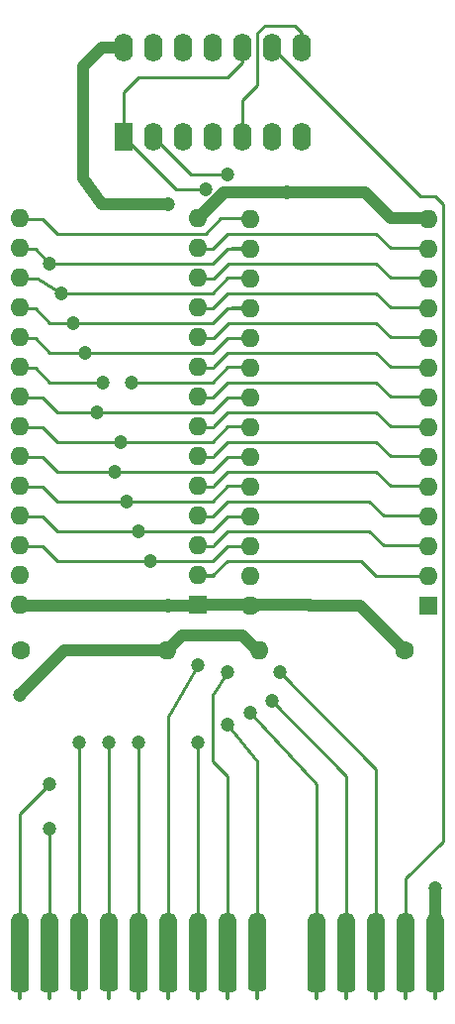
<source format=gtl>
%TF.GenerationSoftware,KiCad,Pcbnew,8.0.6+1*%
%TF.CreationDate,2024-12-27T19:01:20+01:00*%
%TF.ProjectId,QL_ROM_Cartridge_original,514c5f52-4f4d-45f4-9361-727472696467,0*%
%TF.SameCoordinates,Original*%
%TF.FileFunction,Copper,L1,Top*%
%TF.FilePolarity,Positive*%
%FSLAX46Y46*%
G04 Gerber Fmt 4.6, Leading zero omitted, Abs format (unit mm)*
G04 Created by KiCad (PCBNEW 8.0.6+1) date 2024-12-27 19:01:20*
%MOMM*%
%LPD*%
G01*
G04 APERTURE LIST*
G04 Aperture macros list*
%AMRoundRect*
0 Rectangle with rounded corners*
0 $1 Rounding radius*
0 $2 $3 $4 $5 $6 $7 $8 $9 X,Y pos of 4 corners*
0 Add a 4 corners polygon primitive as box body*
4,1,4,$2,$3,$4,$5,$6,$7,$8,$9,$2,$3,0*
0 Add four circle primitives for the rounded corners*
1,1,$1+$1,$2,$3*
1,1,$1+$1,$4,$5*
1,1,$1+$1,$6,$7*
1,1,$1+$1,$8,$9*
0 Add four rect primitives between the rounded corners*
20,1,$1+$1,$2,$3,$4,$5,0*
20,1,$1+$1,$4,$5,$6,$7,0*
20,1,$1+$1,$6,$7,$8,$9,0*
20,1,$1+$1,$8,$9,$2,$3,0*%
G04 Aperture macros list end*
%TA.AperFunction,EtchedComponent*%
%ADD10C,0.300000*%
%TD*%
%TA.AperFunction,ComponentPad*%
%ADD11R,1.600000X1.600000*%
%TD*%
%TA.AperFunction,ComponentPad*%
%ADD12O,1.600000X1.600000*%
%TD*%
%TA.AperFunction,ConnectorPad*%
%ADD13RoundRect,0.762000X-0.000010X-1.738000X0.000010X-1.738000X0.000010X1.738000X-0.000010X1.738000X0*%
%TD*%
%TA.AperFunction,ConnectorPad*%
%ADD14RoundRect,0.228600X-0.533400X-2.271400X0.533400X-2.271400X0.533400X2.271400X-0.533400X2.271400X0*%
%TD*%
%TA.AperFunction,ComponentPad*%
%ADD15C,1.600000*%
%TD*%
%TA.AperFunction,ComponentPad*%
%ADD16R,1.600000X2.400000*%
%TD*%
%TA.AperFunction,ComponentPad*%
%ADD17O,1.600000X2.400000*%
%TD*%
%TA.AperFunction,ViaPad*%
%ADD18C,1.200000*%
%TD*%
%TA.AperFunction,Conductor*%
%ADD19C,1.000000*%
%TD*%
%TA.AperFunction,Conductor*%
%ADD20C,0.250000*%
%TD*%
%ADD21C,0.350000*%
G04 APERTURE END LIST*
D10*
%TO.C,J1*%
X63500000Y-144018000D02*
X63500000Y-143510000D01*
X66040000Y-144018000D02*
X66040000Y-143510000D01*
X68580000Y-144018000D02*
X68580000Y-143510000D01*
X71120000Y-144018000D02*
X71120000Y-143510000D01*
X73660000Y-144018000D02*
X73660000Y-143510000D01*
X76200000Y-144018000D02*
X76200000Y-143510000D01*
X78740000Y-144018000D02*
X78740000Y-143510000D01*
X81280000Y-144018000D02*
X81280000Y-143510000D01*
X83820000Y-144018000D02*
X83820000Y-143510000D01*
X88900000Y-144018000D02*
X88900000Y-143510000D01*
X91440000Y-144018000D02*
X91440000Y-143510000D01*
X93980000Y-144018000D02*
X93980000Y-143510000D01*
X96520000Y-144018000D02*
X96520000Y-143510000D01*
X99060000Y-144018000D02*
X99060000Y-143510000D01*
%TD*%
D11*
%TO.P,IC2,1,VPP*%
%TO.N,VCC*%
X98425000Y-110490000D03*
D12*
%TO.P,IC2,2,A12*%
%TO.N,/A12*%
X98425000Y-107950000D03*
%TO.P,IC2,3,A7*%
%TO.N,/A7*%
X98425000Y-105410000D03*
%TO.P,IC2,4,A6*%
%TO.N,/A6*%
X98425000Y-102870000D03*
%TO.P,IC2,5,A5*%
%TO.N,/A5*%
X98425000Y-100330000D03*
%TO.P,IC2,6,A4*%
%TO.N,/A4*%
X98425000Y-97790000D03*
%TO.P,IC2,7,A3*%
%TO.N,/A3*%
X98425000Y-95250000D03*
%TO.P,IC2,8,A2*%
%TO.N,/A2*%
X98425000Y-92710000D03*
%TO.P,IC2,9,A1*%
%TO.N,/A1*%
X98425000Y-90170000D03*
%TO.P,IC2,10,A0*%
%TO.N,/A0*%
X98425000Y-87630000D03*
%TO.P,IC2,11,D0*%
%TO.N,/D0*%
X98425000Y-85090000D03*
%TO.P,IC2,12,D1*%
%TO.N,/D1*%
X98425000Y-82550000D03*
%TO.P,IC2,13,D2*%
%TO.N,/D2*%
X98425000Y-80010000D03*
%TO.P,IC2,14,GND*%
%TO.N,GND*%
X98425000Y-77470000D03*
%TO.P,IC2,15,D3*%
%TO.N,/D3*%
X83185000Y-77470000D03*
%TO.P,IC2,16,D4*%
%TO.N,/D4*%
X83185000Y-80010000D03*
%TO.P,IC2,17,D5*%
%TO.N,/D5*%
X83185000Y-82550000D03*
%TO.P,IC2,18,D6*%
%TO.N,/D6*%
X83185000Y-85090000D03*
%TO.P,IC2,19,D7*%
%TO.N,/D7*%
X83185000Y-87630000D03*
%TO.P,IC2,20,~{CE}*%
%TO.N,/U2_CE*%
X83185000Y-90170000D03*
%TO.P,IC2,21,A10*%
%TO.N,/A10*%
X83185000Y-92710000D03*
%TO.P,IC2,22,~{OE}*%
%TO.N,/U_ROMOE*%
X83185000Y-95250000D03*
%TO.P,IC2,23,A11*%
%TO.N,/A11*%
X83185000Y-97790000D03*
%TO.P,IC2,24,A9*%
%TO.N,/A9*%
X83185000Y-100330000D03*
%TO.P,IC2,25,A8*%
%TO.N,/A8*%
X83185000Y-102870000D03*
%TO.P,IC2,26,A13*%
%TO.N,/A13*%
X83185000Y-105410000D03*
%TO.P,IC2,27,~{PGM}*%
%TO.N,VCC*%
X83185000Y-107950000D03*
%TO.P,IC2,28,VCC*%
X83185000Y-110490000D03*
%TD*%
D13*
%TO.P,J1,1,Vcc*%
%TO.N,VCC*%
X99060000Y-139232000D03*
D14*
X99060000Y-140970000D03*
D13*
%TO.P,J1,3,A14*%
%TO.N,/A14*%
X96520000Y-139232000D03*
D14*
X96520000Y-141010000D03*
D13*
%TO.P,J1,5,A13*%
%TO.N,/A13*%
X93980000Y-139232000D03*
D14*
X93980000Y-141010000D03*
D13*
%TO.P,J1,7,A8*%
%TO.N,/A8*%
X91440000Y-139232000D03*
D14*
X91440000Y-141010000D03*
D13*
%TO.P,J1,9,A9*%
%TO.N,/A9*%
X88900000Y-139192000D03*
D14*
X88900000Y-140970000D03*
D13*
%TO.P,J1,11,A11*%
%TO.N,/A11*%
X83820000Y-139192000D03*
D14*
X83820000Y-140930000D03*
D13*
%TO.P,J1,13,~{ROMOE}*%
%TO.N,/ROMOE*%
X81280000Y-139232000D03*
D14*
X81280000Y-140970000D03*
D13*
%TO.P,J1,15,A10*%
%TO.N,/A10*%
X78740000Y-139232000D03*
D14*
X78740000Y-140970000D03*
D13*
%TO.P,J1,17,A15*%
%TO.N,/A15*%
X76200000Y-139232000D03*
D14*
X76200000Y-140970000D03*
D13*
%TO.P,J1,19,D7*%
%TO.N,/D7*%
X73660000Y-139232000D03*
D14*
X73660000Y-140970000D03*
D13*
%TO.P,J1,21,D6*%
%TO.N,/D6*%
X71120000Y-139232000D03*
D14*
X71120000Y-140959200D03*
%TO.P,J1,23,D5*%
%TO.N,/D5*%
X68554600Y-140959200D03*
D13*
X68580000Y-139192000D03*
%TO.P,J1,25,D4*%
%TO.N,/D4*%
X66040000Y-139232000D03*
D14*
X66040000Y-140970000D03*
D13*
%TO.P,J1,27,D3*%
%TO.N,/D3*%
X63500000Y-139232000D03*
D14*
X63500000Y-140970000D03*
%TD*%
D11*
%TO.P,IC1,1,VPP*%
%TO.N,VCC*%
X78745000Y-110480000D03*
D12*
%TO.P,IC1,2,A12*%
%TO.N,/A12*%
X78745000Y-107940000D03*
%TO.P,IC1,3,A7*%
%TO.N,/A7*%
X78745000Y-105400000D03*
%TO.P,IC1,4,A6*%
%TO.N,/A6*%
X78745000Y-102860000D03*
%TO.P,IC1,5,A5*%
%TO.N,/A5*%
X78745000Y-100320000D03*
%TO.P,IC1,6,A4*%
%TO.N,/A4*%
X78745000Y-97780000D03*
%TO.P,IC1,7,A3*%
%TO.N,/A3*%
X78745000Y-95240000D03*
%TO.P,IC1,8,A2*%
%TO.N,/A2*%
X78745000Y-92700000D03*
%TO.P,IC1,9,A1*%
%TO.N,/A1*%
X78745000Y-90160000D03*
%TO.P,IC1,10,A0*%
%TO.N,/A0*%
X78745000Y-87620000D03*
%TO.P,IC1,11,D0*%
%TO.N,/D0*%
X78745000Y-85080000D03*
%TO.P,IC1,12,D1*%
%TO.N,/D1*%
X78745000Y-82540000D03*
%TO.P,IC1,13,D2*%
%TO.N,/D2*%
X78745000Y-80000000D03*
%TO.P,IC1,14,GND*%
%TO.N,GND*%
X78745000Y-77460000D03*
%TO.P,IC1,15,D3*%
%TO.N,/D3*%
X63505000Y-77460000D03*
%TO.P,IC1,16,D4*%
%TO.N,/D4*%
X63505000Y-80000000D03*
%TO.P,IC1,17,D5*%
%TO.N,/D5*%
X63505000Y-82540000D03*
%TO.P,IC1,18,D6*%
%TO.N,/D6*%
X63505000Y-85080000D03*
%TO.P,IC1,19,D7*%
%TO.N,/D7*%
X63505000Y-87620000D03*
%TO.P,IC1,20,~{CE}*%
%TO.N,/U1_CE*%
X63505000Y-90160000D03*
%TO.P,IC1,21,A10*%
%TO.N,/A10*%
X63505000Y-92700000D03*
%TO.P,IC1,22,~{OE}*%
%TO.N,/U_ROMOE*%
X63505000Y-95240000D03*
%TO.P,IC1,23,A11*%
%TO.N,/A11*%
X63505000Y-97780000D03*
%TO.P,IC1,24,A9*%
%TO.N,/A9*%
X63505000Y-100320000D03*
%TO.P,IC1,25,A8*%
%TO.N,/A8*%
X63505000Y-102860000D03*
%TO.P,IC1,26,A13*%
%TO.N,/A13*%
X63505000Y-105400000D03*
%TO.P,IC1,27,~{PGM}*%
%TO.N,VCC*%
X63505000Y-107940000D03*
%TO.P,IC1,28,VCC*%
X63505000Y-110480000D03*
%TD*%
D15*
%TO.P,C1,1*%
%TO.N,VCC*%
X63580000Y-114300000D03*
D12*
%TO.P,C1,2*%
%TO.N,GND*%
X76080000Y-114300000D03*
%TD*%
D15*
%TO.P,C2,1*%
%TO.N,VCC*%
X96420000Y-114300000D03*
D12*
%TO.P,C2,2*%
%TO.N,GND*%
X83920000Y-114300000D03*
%TD*%
D16*
%TO.P,IC3,1*%
%TO.N,/A15*%
X72390000Y-70485000D03*
D17*
%TO.P,IC3,2*%
%TO.N,/ROMOE*%
X74930000Y-70485000D03*
%TO.P,IC3,3*%
%TO.N,/U_ROMOE*%
X77470000Y-70485000D03*
%TO.P,IC3,4*%
%TO.N,/U2_CE*%
X80010000Y-70485000D03*
%TO.P,IC3,5*%
X82550000Y-70485000D03*
%TO.P,IC3,6*%
%TO.N,/U1_CE*%
X85090000Y-70485000D03*
%TO.P,IC3,7,GND*%
%TO.N,GND*%
X87630000Y-70485000D03*
%TO.P,IC3,8*%
%TO.N,/U2_CE*%
X87630000Y-62865000D03*
%TO.P,IC3,9*%
%TO.N,/A14*%
X85090000Y-62865000D03*
%TO.P,IC3,10*%
%TO.N,/A15*%
X82550000Y-62865000D03*
%TO.P,IC3,11*%
%TO.N,unconnected-(IC3-Pad11)*%
X80010000Y-62865000D03*
%TO.P,IC3,12*%
%TO.N,unconnected-(IC3-Pad12)*%
X77470000Y-62865000D03*
%TO.P,IC3,13*%
%TO.N,unconnected-(IC3-Pad13)*%
X74930000Y-62865000D03*
%TO.P,IC3,14,VCC*%
%TO.N,VCC*%
X72390000Y-62865000D03*
%TD*%
D18*
%TO.N,VCC*%
X99060000Y-134620000D03*
X76200000Y-110505000D03*
X76200000Y-76200000D03*
%TO.N,GND*%
X86360000Y-75184000D03*
X63500000Y-118110000D03*
%TO.N,/D3*%
X66040000Y-125730000D03*
%TO.N,/D4*%
X66040000Y-81280000D03*
X66040000Y-129540000D03*
%TO.N,/D5*%
X68580000Y-122174000D03*
X67056000Y-83820000D03*
%TO.N,/D6*%
X68072000Y-86360000D03*
X71120000Y-122174000D03*
%TO.N,/D7*%
X69088000Y-88900000D03*
X73660000Y-122174000D03*
%TO.N,/A15*%
X79375000Y-74930000D03*
X78740000Y-115570000D03*
%TO.N,/A10*%
X78740000Y-122174000D03*
X70104000Y-93980000D03*
%TO.N,/ROMOE*%
X81280000Y-116205000D03*
X81280000Y-73660000D03*
%TO.N,/A11*%
X81280000Y-120650000D03*
X71628000Y-99060000D03*
%TO.N,/A9*%
X72644000Y-101600000D03*
X83185000Y-119634000D03*
%TO.N,/A8*%
X73660000Y-104140000D03*
X85090000Y-118618000D03*
%TO.N,/A13*%
X85725000Y-116205000D03*
X74676000Y-106680000D03*
%TO.N,/U1_CE*%
X70612000Y-91440000D03*
%TO.N,/U2_CE*%
X73025000Y-91440000D03*
%TO.N,/U_ROMOE*%
X72136000Y-96520000D03*
%TD*%
D19*
%TO.N,VCC*%
X88285000Y-110490000D02*
X92610000Y-110490000D01*
X70485000Y-76200000D02*
X68852143Y-74022857D01*
X99060000Y-134620000D02*
X99060000Y-137033000D01*
X76200000Y-110505000D02*
X63505000Y-110505000D01*
X70470000Y-62880000D02*
X68852143Y-64497857D01*
X78745000Y-110480000D02*
X83175000Y-110480000D01*
X92610000Y-110490000D02*
X96420000Y-114300000D01*
X76200000Y-76200000D02*
X70485000Y-76200000D01*
X68852143Y-74022857D02*
X68852143Y-64497857D01*
X72390000Y-62865000D02*
X70520944Y-62865000D01*
X78720000Y-110505000D02*
X78745000Y-110480000D01*
X70500000Y-62880000D02*
X70470000Y-62880000D01*
X63505000Y-110505000D02*
X63580000Y-110580000D01*
X83800000Y-110505000D02*
X83825000Y-110480000D01*
X76200000Y-110505000D02*
X78720000Y-110505000D01*
X83175000Y-110480000D02*
X83185000Y-110490000D01*
X70485000Y-62865000D02*
X70500000Y-62880000D01*
X70500000Y-62880000D02*
X72385000Y-62880000D01*
X83825000Y-110480000D02*
X88275000Y-110480000D01*
X88275000Y-110480000D02*
X88285000Y-110490000D01*
%TO.N,GND*%
X93017500Y-75257500D02*
X93027500Y-75247500D01*
X76080000Y-114300000D02*
X67310000Y-114300000D01*
X67310000Y-114300000D02*
X63500000Y-118110000D01*
X95240000Y-77460000D02*
X93027500Y-75247500D01*
X95240000Y-77460000D02*
X98425000Y-77460000D01*
X78745000Y-77485000D02*
X80972500Y-75257500D01*
X77350000Y-113030000D02*
X76080000Y-114300000D01*
X83920000Y-114300000D02*
X83820000Y-114300000D01*
X83820000Y-114300000D02*
X82550000Y-113030000D01*
X82550000Y-113030000D02*
X77350000Y-113030000D01*
X80947500Y-75257500D02*
X80972500Y-75257500D01*
X78745000Y-77460000D02*
X80947500Y-75257500D01*
X80972500Y-75257500D02*
X93017500Y-75257500D01*
D20*
%TO.N,/D3*%
X65420000Y-77485000D02*
X66675000Y-78740000D01*
X66675000Y-78740000D02*
X79375000Y-78740000D01*
X82550000Y-77470000D02*
X82565000Y-77485000D01*
X63505000Y-77485000D02*
X65420000Y-77485000D01*
X80655000Y-77460000D02*
X79375000Y-78740000D01*
X80655000Y-77460000D02*
X82555000Y-77460000D01*
X63500000Y-128270000D02*
X63500000Y-139232000D01*
X66040000Y-125730000D02*
X63500000Y-128270000D01*
%TO.N,/D4*%
X66040000Y-137033000D02*
X66040000Y-129540000D01*
X66040000Y-81280000D02*
X80010000Y-81280000D01*
X82550000Y-80010000D02*
X82565000Y-80025000D01*
X81280000Y-80010000D02*
X83185000Y-80010000D01*
X66040000Y-81280000D02*
X64785000Y-80025000D01*
X81610960Y-80000000D02*
X82555000Y-80000000D01*
X64785000Y-80025000D02*
X63505000Y-80025000D01*
X80010000Y-81280000D02*
X81280000Y-80010000D01*
%TO.N,/D2*%
X81280000Y-78740000D02*
X79995000Y-80025000D01*
X98425000Y-80000000D02*
X95240000Y-80000000D01*
X79995000Y-80025000D02*
X78745000Y-80025000D01*
X95240000Y-80000000D02*
X93980000Y-78740000D01*
X93980000Y-78740000D02*
X81280000Y-78740000D01*
%TO.N,/D5*%
X80010000Y-83820000D02*
X81290000Y-82540000D01*
X81290000Y-82540000D02*
X82555000Y-82540000D01*
X68554600Y-125069600D02*
X68580000Y-125095000D01*
X67056000Y-83820000D02*
X65034980Y-82565000D01*
X68580000Y-122174000D02*
X68554600Y-123850400D01*
X67056000Y-83820000D02*
X80010000Y-83820000D01*
X65034980Y-82565000D02*
X63505000Y-82565000D01*
X68554600Y-123850400D02*
X68554600Y-125069600D01*
X68554600Y-125120400D02*
X68554600Y-138760200D01*
%TO.N,/D1*%
X95240000Y-82540000D02*
X93990000Y-81290000D01*
X93990000Y-81290000D02*
X81320000Y-81290000D01*
X81320000Y-81290000D02*
X80035000Y-82575000D01*
X98425000Y-82540000D02*
X95240000Y-82540000D01*
X80035000Y-82575000D02*
X78745000Y-82575000D01*
%TO.N,/D6*%
X71120000Y-139232000D02*
X71120000Y-122174000D01*
X66040000Y-86360000D02*
X64785000Y-85105000D01*
X68072000Y-86360000D02*
X80010000Y-86360000D01*
X81280000Y-85090000D02*
X83185000Y-85090000D01*
X81610960Y-85080000D02*
X82555000Y-85080000D01*
X68072000Y-86360000D02*
X66040000Y-86360000D01*
X64785000Y-85105000D02*
X63505000Y-85105000D01*
X80010000Y-86360000D02*
X81280000Y-85090000D01*
%TO.N,/D0*%
X79985000Y-85115000D02*
X78740000Y-85115000D01*
X98425000Y-85080000D02*
X95220000Y-85080000D01*
X95220000Y-85080000D02*
X93970000Y-83830000D01*
X93970000Y-83830000D02*
X81270000Y-83830000D01*
X81270000Y-83830000D02*
X79985000Y-85115000D01*
%TO.N,/D7*%
X82520000Y-87630000D02*
X82535000Y-87645000D01*
X81280000Y-87630000D02*
X82520000Y-87630000D01*
X80010000Y-88900000D02*
X81280000Y-87630000D01*
X64785000Y-87645000D02*
X66040000Y-88900000D01*
X66040000Y-88900000D02*
X80010000Y-88900000D01*
X63505000Y-87645000D02*
X64785000Y-87645000D01*
X73660000Y-137501000D02*
X73660000Y-122174000D01*
%TO.N,/A0*%
X80035000Y-87655000D02*
X78740000Y-87655000D01*
X78745000Y-87645000D02*
X80045000Y-87645000D01*
X93990000Y-86370000D02*
X81320000Y-86370000D01*
X80035000Y-87655000D02*
X81320000Y-86370000D01*
X95240000Y-87620000D02*
X98425000Y-87620000D01*
X95240000Y-87620000D02*
X93990000Y-86370000D01*
%TO.N,/A15*%
X78740000Y-115570000D02*
X76200000Y-120015000D01*
X79375000Y-74930000D02*
X76835000Y-74930000D01*
X72390000Y-70485000D02*
X76835000Y-74930000D01*
X76200000Y-120015000D02*
X76200000Y-137501000D01*
X73660000Y-65405000D02*
X72390000Y-66675000D01*
X73660000Y-65405000D02*
X81280000Y-65405000D01*
X72390000Y-66675000D02*
X72390000Y-70485000D01*
X82550000Y-64135000D02*
X81280000Y-65405000D01*
X82550000Y-62865000D02*
X82550000Y-64135000D01*
%TO.N,/A1*%
X80025000Y-90155000D02*
X81280000Y-88900000D01*
X95240000Y-90160000D02*
X98425000Y-90160000D01*
X95240000Y-90160000D02*
X93980000Y-88900000D01*
X80025000Y-90185000D02*
X80025000Y-90155000D01*
X81280000Y-88900000D02*
X93980000Y-88900000D01*
X78740000Y-90185000D02*
X80025000Y-90185000D01*
%TO.N,/A10*%
X81280000Y-92710000D02*
X82520000Y-92710000D01*
X82520000Y-92710000D02*
X82535000Y-92725000D01*
X70104000Y-93980000D02*
X66675000Y-93980000D01*
X78740000Y-139232000D02*
X78740000Y-122174000D01*
X65420000Y-92725000D02*
X63505000Y-92725000D01*
X66675000Y-93980000D02*
X65420000Y-92725000D01*
X70104000Y-93980000D02*
X80010000Y-93980000D01*
X80010000Y-93980000D02*
X81280000Y-92710000D01*
%TO.N,/A2*%
X81280000Y-91440000D02*
X83165000Y-91440000D01*
X95240000Y-92700000D02*
X93980000Y-91440000D01*
X79995000Y-92725000D02*
X81280000Y-91440000D01*
X95240000Y-92700000D02*
X98425000Y-92700000D01*
X83165000Y-91440000D02*
X83175000Y-91450000D01*
X83175000Y-91450000D02*
X93980000Y-91440000D01*
X78745000Y-92725000D02*
X79995000Y-92725000D01*
%TO.N,/ROMOE*%
X80010000Y-118110000D02*
X80010000Y-123825000D01*
X81280000Y-116205000D02*
X80010000Y-118110000D01*
X74930000Y-70485000D02*
X78105000Y-73660000D01*
X78105000Y-73660000D02*
X81280000Y-73660000D01*
X81280000Y-125095000D02*
X81280000Y-137033000D01*
X80010000Y-123825000D02*
X81280000Y-125095000D01*
%TO.N,/A3*%
X78740000Y-95275000D02*
X80035000Y-95275000D01*
X80035000Y-95225000D02*
X81280000Y-93980000D01*
X98425000Y-95240000D02*
X95240000Y-95240000D01*
X81280000Y-93980000D02*
X82535000Y-93980000D01*
X82535000Y-93980000D02*
X82545000Y-93990000D01*
X82545000Y-93990000D02*
X93990000Y-93990000D01*
X95240000Y-95240000D02*
X93990000Y-93990000D01*
X80035000Y-95275000D02*
X80035000Y-95225000D01*
%TO.N,/A11*%
X83155000Y-97790000D02*
X83170000Y-97805000D01*
X65420000Y-97805000D02*
X66675000Y-99060000D01*
X81280000Y-120650000D02*
X83820000Y-123825000D01*
X80010000Y-99060000D02*
X81280000Y-97790000D01*
X83820000Y-123825000D02*
X83820000Y-138731000D01*
X63505000Y-97805000D02*
X65420000Y-97805000D01*
X66675000Y-99060000D02*
X80010000Y-99060000D01*
X81280000Y-97790000D02*
X83155000Y-97790000D01*
%TO.N,/A4*%
X81280000Y-96520000D02*
X93980000Y-96520000D01*
X80025000Y-97775000D02*
X81280000Y-96520000D01*
X95240000Y-97780000D02*
X93980000Y-96520000D01*
X78740000Y-97805000D02*
X80025000Y-97805000D01*
X98425000Y-97780000D02*
X95240000Y-97780000D01*
X80025000Y-97805000D02*
X80025000Y-97775000D01*
%TO.N,/A9*%
X81290000Y-100320000D02*
X82555000Y-100320000D01*
X80010000Y-101600000D02*
X81290000Y-100320000D01*
X88900000Y-125730000D02*
X88900000Y-138771000D01*
X66675000Y-101600000D02*
X80010000Y-101600000D01*
X63505000Y-100345000D02*
X65420000Y-100345000D01*
X83185000Y-119634000D02*
X88900000Y-125730000D01*
X65420000Y-100345000D02*
X66675000Y-101600000D01*
%TO.N,/A5*%
X95240000Y-100320000D02*
X93980000Y-99060000D01*
X80025000Y-100345000D02*
X80025000Y-100315000D01*
X78745000Y-100345000D02*
X80025000Y-100345000D01*
X81280000Y-99060000D02*
X93980000Y-99060000D01*
X98425000Y-100320000D02*
X95240000Y-100320000D01*
X80025000Y-100315000D02*
X81280000Y-99060000D01*
%TO.N,/A8*%
X81280000Y-102870000D02*
X82520000Y-102870000D01*
X91440000Y-125095000D02*
X91440000Y-138811000D01*
X65405000Y-102870000D02*
X65390000Y-102885000D01*
X65390000Y-102885000D02*
X63505000Y-102885000D01*
X73660000Y-104140000D02*
X66675000Y-104140000D01*
X73660000Y-104140000D02*
X80010000Y-104140000D01*
X82520000Y-102870000D02*
X82535000Y-102885000D01*
X85090000Y-118618000D02*
X91440000Y-125095000D01*
X80010000Y-104140000D02*
X81280000Y-102870000D01*
X66675000Y-104140000D02*
X65405000Y-102870000D01*
%TO.N,/A6*%
X94605000Y-102860000D02*
X93345000Y-101600000D01*
X79995000Y-102885000D02*
X81280000Y-101600000D01*
X81280000Y-101600000D02*
X93345000Y-101600000D01*
X78745000Y-102885000D02*
X79995000Y-102885000D01*
X98425000Y-102860000D02*
X94605000Y-102860000D01*
%TO.N,/A13*%
X63520000Y-105410000D02*
X63505000Y-105425000D01*
X93980000Y-124460000D02*
X85725000Y-116205000D01*
X65420000Y-105425000D02*
X66675000Y-106680000D01*
X81280000Y-105410000D02*
X80010000Y-106680000D01*
X93980000Y-138811000D02*
X93980000Y-124460000D01*
X83185000Y-105410000D02*
X81280000Y-105410000D01*
X63505000Y-105425000D02*
X65420000Y-105425000D01*
X66675000Y-106680000D02*
X80010000Y-106680000D01*
%TO.N,/A7*%
X80025000Y-105395000D02*
X81280000Y-104140000D01*
X94605000Y-105400000D02*
X93345000Y-104140000D01*
X81280000Y-104140000D02*
X93345000Y-104140000D01*
X78745000Y-105425000D02*
X80025000Y-105425000D01*
X80025000Y-105425000D02*
X80025000Y-105395000D01*
X98425000Y-105400000D02*
X94605000Y-105400000D01*
%TO.N,/A14*%
X99695000Y-76200000D02*
X99695000Y-130632200D01*
X97790000Y-75565000D02*
X99060000Y-75565000D01*
X96520000Y-133807200D02*
X96520000Y-137033000D01*
X85085000Y-62880000D02*
X85105000Y-62880000D01*
X99695000Y-130632200D02*
X96520000Y-133807200D01*
X99060000Y-75565000D02*
X99695000Y-76200000D01*
X85090000Y-62865000D02*
X97790000Y-75565000D01*
%TO.N,/A12*%
X81280000Y-106680000D02*
X92710000Y-106680000D01*
X80020000Y-107940000D02*
X81280000Y-106680000D01*
X92710000Y-106680000D02*
X93980000Y-107950000D01*
X78745000Y-107940000D02*
X80020000Y-107940000D01*
X80035000Y-107975000D02*
X80035000Y-107925000D01*
X78745000Y-107975000D02*
X80035000Y-107975000D01*
X93980000Y-107950000D02*
X98425000Y-107950000D01*
%TO.N,/U1_CE*%
X64785000Y-90185000D02*
X63505000Y-90185000D01*
X70612000Y-91440000D02*
X66040000Y-91440000D01*
X66040000Y-91440000D02*
X64785000Y-90185000D01*
%TO.N,/U2_CE*%
X81290000Y-90160000D02*
X82555000Y-90160000D01*
X84455000Y-60960000D02*
X83820000Y-61595000D01*
X83820000Y-61595000D02*
X83820000Y-66040000D01*
X73025000Y-91440000D02*
X80010000Y-91440000D01*
X83820000Y-66040000D02*
X82550000Y-67310000D01*
X82550000Y-67310000D02*
X82550000Y-70485000D01*
X87630000Y-62865000D02*
X87630000Y-61595000D01*
X87630000Y-61595000D02*
X86995000Y-60960000D01*
X86995000Y-60960000D02*
X84455000Y-60960000D01*
X80010000Y-91440000D02*
X81290000Y-90160000D01*
%TO.N,/U_ROMOE*%
X65420000Y-95265000D02*
X66675000Y-96520000D01*
X80010000Y-96520000D02*
X81290000Y-95240000D01*
X63505000Y-95265000D02*
X65420000Y-95265000D01*
X81290000Y-95240000D02*
X82555000Y-95240000D01*
X66675000Y-96520000D02*
X80010000Y-96520000D01*
%TD*%
D21*
X99060000Y-134620000D03*
X76200000Y-110505000D03*
X76200000Y-76200000D03*
X86360000Y-75184000D03*
X63500000Y-118110000D03*
X66040000Y-125730000D03*
X66040000Y-81280000D03*
X66040000Y-129540000D03*
X68580000Y-122174000D03*
X67056000Y-83820000D03*
X68072000Y-86360000D03*
X71120000Y-122174000D03*
X69088000Y-88900000D03*
X73660000Y-122174000D03*
X79375000Y-74930000D03*
X78740000Y-115570000D03*
X78740000Y-122174000D03*
X70104000Y-93980000D03*
X81280000Y-116205000D03*
X81280000Y-73660000D03*
X81280000Y-120650000D03*
X71628000Y-99060000D03*
X72644000Y-101600000D03*
X83185000Y-119634000D03*
X73660000Y-104140000D03*
X85090000Y-118618000D03*
X85725000Y-116205000D03*
X74676000Y-106680000D03*
X70612000Y-91440000D03*
X73025000Y-91440000D03*
X72136000Y-96520000D03*
X98425000Y-110490000D03*
X98425000Y-107950000D03*
X98425000Y-105410000D03*
X98425000Y-102870000D03*
X98425000Y-100330000D03*
X98425000Y-97790000D03*
X98425000Y-95250000D03*
X98425000Y-92710000D03*
X98425000Y-90170000D03*
X98425000Y-87630000D03*
X98425000Y-85090000D03*
X98425000Y-82550000D03*
X98425000Y-80010000D03*
X98425000Y-77470000D03*
X83185000Y-77470000D03*
X83185000Y-80010000D03*
X83185000Y-82550000D03*
X83185000Y-85090000D03*
X83185000Y-87630000D03*
X83185000Y-90170000D03*
X83185000Y-92710000D03*
X83185000Y-95250000D03*
X83185000Y-97790000D03*
X83185000Y-100330000D03*
X83185000Y-102870000D03*
X83185000Y-105410000D03*
X83185000Y-107950000D03*
X83185000Y-110490000D03*
X78745000Y-110480000D03*
X78745000Y-107940000D03*
X78745000Y-105400000D03*
X78745000Y-102860000D03*
X78745000Y-100320000D03*
X78745000Y-97780000D03*
X78745000Y-95240000D03*
X78745000Y-92700000D03*
X78745000Y-90160000D03*
X78745000Y-87620000D03*
X78745000Y-85080000D03*
X78745000Y-82540000D03*
X78745000Y-80000000D03*
X78745000Y-77460000D03*
X63505000Y-77460000D03*
X63505000Y-80000000D03*
X63505000Y-82540000D03*
X63505000Y-85080000D03*
X63505000Y-87620000D03*
X63505000Y-90160000D03*
X63505000Y-92700000D03*
X63505000Y-95240000D03*
X63505000Y-97780000D03*
X63505000Y-100320000D03*
X63505000Y-102860000D03*
X63505000Y-105400000D03*
X63505000Y-107940000D03*
X63505000Y-110480000D03*
X63580000Y-114300000D03*
X76080000Y-114300000D03*
X96420000Y-114300000D03*
X83920000Y-114300000D03*
X72390000Y-70485000D03*
X74930000Y-70485000D03*
X77470000Y-70485000D03*
X80010000Y-70485000D03*
X82550000Y-70485000D03*
X85090000Y-70485000D03*
X87630000Y-70485000D03*
X87630000Y-62865000D03*
X85090000Y-62865000D03*
X82550000Y-62865000D03*
X80010000Y-62865000D03*
X77470000Y-62865000D03*
X74930000Y-62865000D03*
X72390000Y-62865000D03*
M02*

</source>
